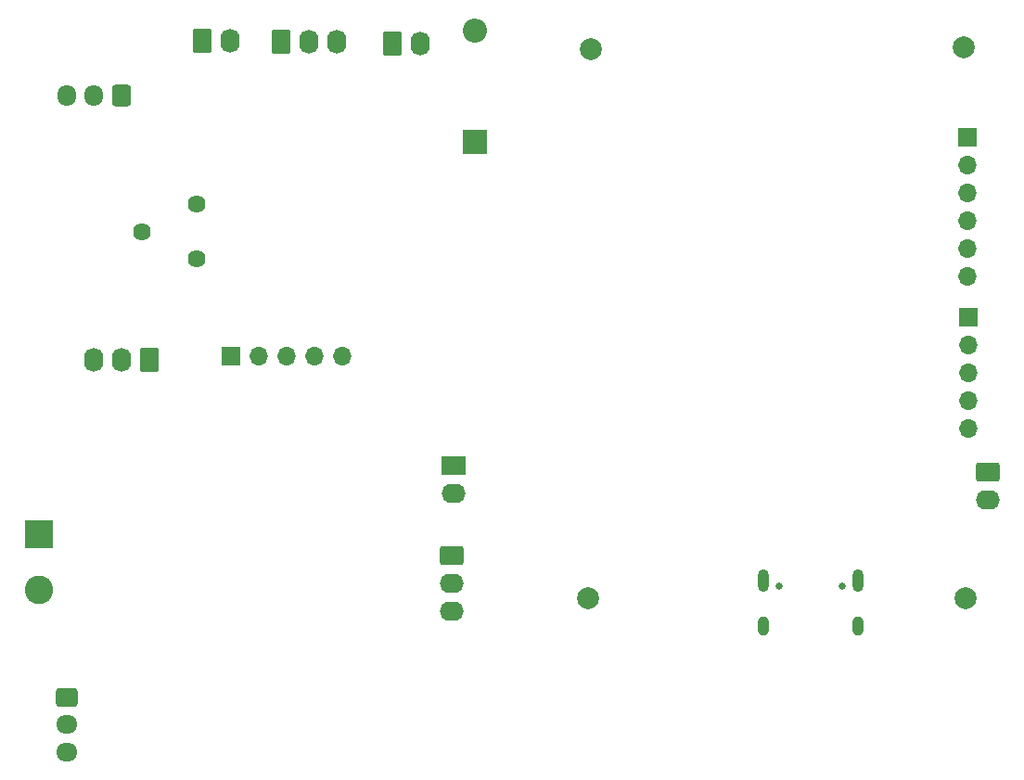
<source format=gbr>
%TF.GenerationSoftware,KiCad,Pcbnew,8.0.3*%
%TF.CreationDate,2025-03-22T11:48:59+07:00*%
%TF.ProjectId,ES32_SmartBox,45533332-5f53-46d6-9172-74426f782e6b,rev?*%
%TF.SameCoordinates,Original*%
%TF.FileFunction,Soldermask,Bot*%
%TF.FilePolarity,Negative*%
%FSLAX46Y46*%
G04 Gerber Fmt 4.6, Leading zero omitted, Abs format (unit mm)*
G04 Created by KiCad (PCBNEW 8.0.3) date 2025-03-22 11:48:59*
%MOMM*%
%LPD*%
G01*
G04 APERTURE LIST*
G04 Aperture macros list*
%AMRoundRect*
0 Rectangle with rounded corners*
0 $1 Rounding radius*
0 $2 $3 $4 $5 $6 $7 $8 $9 X,Y pos of 4 corners*
0 Add a 4 corners polygon primitive as box body*
4,1,4,$2,$3,$4,$5,$6,$7,$8,$9,$2,$3,0*
0 Add four circle primitives for the rounded corners*
1,1,$1+$1,$2,$3*
1,1,$1+$1,$4,$5*
1,1,$1+$1,$6,$7*
1,1,$1+$1,$8,$9*
0 Add four rect primitives between the rounded corners*
20,1,$1+$1,$2,$3,$4,$5,0*
20,1,$1+$1,$4,$5,$6,$7,0*
20,1,$1+$1,$6,$7,$8,$9,0*
20,1,$1+$1,$8,$9,$2,$3,0*%
G04 Aperture macros list end*
%ADD10RoundRect,0.250000X0.620000X0.845000X-0.620000X0.845000X-0.620000X-0.845000X0.620000X-0.845000X0*%
%ADD11O,1.740000X2.190000*%
%ADD12C,0.650000*%
%ADD13O,1.000000X2.100000*%
%ADD14O,1.000000X1.800000*%
%ADD15R,1.700000X1.700000*%
%ADD16O,1.700000X1.700000*%
%ADD17RoundRect,0.250000X-0.620000X-0.845000X0.620000X-0.845000X0.620000X0.845000X-0.620000X0.845000X0*%
%ADD18RoundRect,0.250000X-0.725000X0.600000X-0.725000X-0.600000X0.725000X-0.600000X0.725000X0.600000X0*%
%ADD19O,1.950000X1.700000*%
%ADD20C,2.000000*%
%ADD21R,2.600000X2.600000*%
%ADD22C,2.600000*%
%ADD23RoundRect,0.250000X-0.845000X0.620000X-0.845000X-0.620000X0.845000X-0.620000X0.845000X0.620000X0*%
%ADD24O,2.190000X1.740000*%
%ADD25R,2.200000X2.200000*%
%ADD26O,2.200000X2.200000*%
%ADD27C,1.620000*%
%ADD28RoundRect,0.250000X0.600000X0.725000X-0.600000X0.725000X-0.600000X-0.725000X0.600000X-0.725000X0*%
%ADD29O,1.700000X1.950000*%
%ADD30R,2.190000X1.740000*%
G04 APERTURE END LIST*
D10*
%TO.C,J10*%
X88420000Y-119370000D03*
D11*
X85880000Y-119370000D03*
X83340000Y-119370000D03*
%TD*%
D12*
%TO.C,J1*%
X145930000Y-140020000D03*
X151710000Y-140020000D03*
D13*
X144500000Y-139500000D03*
D14*
X144500000Y-143700000D03*
D13*
X153140000Y-139500000D03*
D14*
X153140000Y-143700000D03*
%TD*%
D15*
%TO.C,J8*%
X95870000Y-119070000D03*
D16*
X98410000Y-119070000D03*
X100950000Y-119070000D03*
X103490000Y-119070000D03*
X106030000Y-119070000D03*
%TD*%
D17*
%TO.C,J4*%
X110660800Y-90481800D03*
D11*
X113200800Y-90481800D03*
%TD*%
D18*
%TO.C,J2*%
X80886667Y-150190000D03*
D19*
X80886667Y-152690000D03*
X80886667Y-155190000D03*
%TD*%
D15*
%TO.C,J7*%
X163190000Y-115500000D03*
D16*
X163190000Y-118040000D03*
X163190000Y-120580000D03*
X163190000Y-123120000D03*
X163190000Y-125660000D03*
%TD*%
D17*
%TO.C,J11*%
X100482400Y-90373200D03*
D11*
X103022400Y-90373200D03*
X105562400Y-90373200D03*
%TD*%
D20*
%TO.C,REF\u002A\u002A*%
X128470000Y-141100000D03*
%TD*%
D21*
%TO.C,J5*%
X78345000Y-135330000D03*
D22*
X78345000Y-140410000D03*
%TD*%
D23*
%TO.C,J10*%
X116030000Y-137260000D03*
D24*
X116030000Y-139800000D03*
X116030000Y-142340000D03*
%TD*%
D17*
%TO.C,J6*%
X93290000Y-90230000D03*
D11*
X95830000Y-90230000D03*
%TD*%
D23*
%TO.C,J9*%
X164960000Y-129640000D03*
D24*
X164960000Y-132180000D03*
%TD*%
D15*
%TO.C,REF\u002A\u002A*%
X163140000Y-99030000D03*
D16*
X163140000Y-101570000D03*
X163140000Y-104110000D03*
X163140000Y-106650000D03*
X163140000Y-109190000D03*
X163140000Y-111730000D03*
%TD*%
D20*
%TO.C,REF\u002A\u002A*%
X128760000Y-91060000D03*
%TD*%
%TO.C,REF\u002A\u002A*%
X162790000Y-90880000D03*
%TD*%
D25*
%TO.C,D1*%
X118160800Y-99491800D03*
D26*
X118160800Y-89331800D03*
%TD*%
D20*
%TO.C,REF\u002A\u002A*%
X162940000Y-141100000D03*
%TD*%
D27*
%TO.C,RV1*%
X92740000Y-105190000D03*
X87740000Y-107690000D03*
X92740000Y-110190000D03*
%TD*%
D28*
%TO.C,J3*%
X85910000Y-95220000D03*
D29*
X83410000Y-95220000D03*
X80910000Y-95220000D03*
%TD*%
D30*
%TO.C,J9*%
X116260000Y-129050000D03*
D24*
X116260000Y-131590000D03*
%TD*%
M02*

</source>
